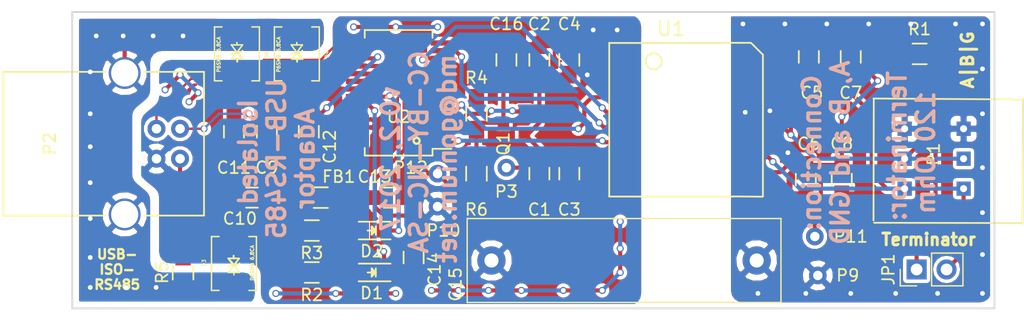
<source format=kicad_pcb>
(kicad_pcb (version 4) (host pcbnew 4.0.6)
  (title_block (title "PCB Layout USB-ISO-RS485") (date 2017-05-14) (rev 0.1) (comment 1 CC-BY-SA-NC) (comment 2 "Mathias Dalheimer") (comment 3 md@gonium.net))
  (layers (0 F.Cu signal) (31 B.Cu signal) (34 B.Paste user) (35 F.Paste user) (36 B.SilkS user) (37 F.SilkS user) (38 B.Mask user) (39 F.Mask user) (44 Edge.Cuts user))
  (net 0 "")
  (net 1 +5V)
  (net 2 GND)
  (net 3 +3V3)
  (net 4 GNDA)
  (net 5 USBD-)
  (net 6 "Net-(C12-Pad2)")
  (net 7 "Net-(D1-Pad2)")
  (net 8 "Net-(D1-Pad1)")
  (net 9 "Net-(D2-Pad2)")
  (net 10 "Net-(D2-Pad1)")
  (net 11 "Net-(JP1-Pad1)")
  (net 12 A)
  (net 13 B)
  (net 14 USBD+)
  (net 15 ~RE)
  (net 16 RxD)
  (net 17 DE)
  (net 18 TxD)
  (net 19 "Net-(U2-Pad2)")
  (net 20 "Net-(U2-Pad3)")
  (net 21 "Net-(U2-Pad6)")
  (net 22 "Net-(U2-Pad9)")
  (net 23 "Net-(U2-Pad10)")
  (net 24 "Net-(U2-Pad11)")
  (net 25 "Net-(U2-Pad27)")
  (net 26 "Net-(U2-Pad28)")
  (net 27 5V-Switched)
  (net 28 "Net-(C10-Pad1)")
  (net 29 "Net-(C16-Pad2)")
  (net 30 Shield)
  (net 31 "Net-(R4-Pad1)")
  (module ADM2582E:P6SMB6,8CA (layer F.Cu) (at 99.822 87.63 90)
    (fp_text reference D3 (at 0.0508 -2.55016 90) (layer F.SilkS) (effects (font (size 0.29972 0.29972) (thickness 0.06))))
    (fp_text value "P6SMB 6,8CA" (at 0.0508 1.5494 90) (layer F.SilkS) (effects (font (size 0.29972 0.29972) (thickness 0.0762))))
    (pad 1 smd rect (at -2.11074 0 90) (size 1.62052 2.17932) (layers F.Cu F.Paste F.Mask) (net 30 Shield))
    (pad 2 smd rect (at 2.11074 0 90) (size 1.62052 2.17932) (layers F.Cu F.Paste F.Mask) (net 28 "Net-(C10-Pad1)"))
  )
  (module Capacitors_SMD:C_0805_HandSoldering (layer F.Cu) (at 125.73 80.01 270)
    (fp_text reference C1 (at 3.048 0 360) (layer F.SilkS))
    (fp_text value 100nF)
    (pad 1 smd rect (at -1.25 0 270) (size 1.5 1.25) (layers F.Cu F.Paste F.Mask) (net 27 5V-Switched))
    (pad 2 smd rect (at 1.25 0 270) (size 1.5 1.25) (layers F.Cu F.Paste F.Mask) (net 2 GND))
  )
  (module Capacitors_SMD:C_0805_HandSoldering (layer F.Cu) (at 125.73 70.358 90)
    (fp_text reference C2 (at 3.048 0 180) (layer F.SilkS))
    (fp_text value 100nF)
    (pad 1 smd rect (at -1.25 0 90) (size 1.5 1.25) (layers F.Cu F.Paste F.Mask) (net 27 5V-Switched))
    (pad 2 smd rect (at 1.25 0 90) (size 1.5 1.25) (layers F.Cu F.Paste F.Mask) (net 2 GND))
  )
  (module Capacitors_SMD:C_0805_HandSoldering (layer F.Cu) (at 128.27 80.01 270)
    (fp_text reference C3 (at 3.048 0 360) (layer F.SilkS))
    (fp_text value 10nF)
    (pad 1 smd rect (at -1.25 0 270) (size 1.5 1.25) (layers F.Cu F.Paste F.Mask) (net 27 5V-Switched))
    (pad 2 smd rect (at 1.25 0 270) (size 1.5 1.25) (layers F.Cu F.Paste F.Mask) (net 2 GND))
  )
  (module Capacitors_SMD:C_0805_HandSoldering (layer F.Cu) (at 128.27 70.358 90)
    (fp_text reference C4 (at 3.048 0 180) (layer F.SilkS))
    (fp_text value 10nF)
    (pad 1 smd rect (at -1.25 0 90) (size 1.5 1.25) (layers F.Cu F.Paste F.Mask) (net 27 5V-Switched))
    (pad 2 smd rect (at 1.25 0 90) (size 1.5 1.25) (layers F.Cu F.Paste F.Mask) (net 2 GND))
  )
  (module Capacitors_SMD:C_0805_HandSoldering (layer F.Cu) (at 148.59 70.104 90)
    (fp_text reference C5 (at -3.048 0.254 180) (layer F.SilkS))
    (fp_text value 10nF)
    (pad 1 smd rect (at -1.25 0 90) (size 1.5 1.25) (layers F.Cu F.Paste F.Mask) (net 3 +3V3))
    (pad 2 smd rect (at 1.25 0 90) (size 1.5 1.25) (layers F.Cu F.Paste F.Mask) (net 4 GNDA))
  )
  (module Capacitors_SMD:C_0805_HandSoldering (layer F.Cu) (at 148.336 80.518 270)
    (fp_text reference C6 (at -3.048 -0.254 360) (layer F.SilkS))
    (fp_text value 10nF)
    (pad 1 smd rect (at -1.25 0 270) (size 1.5 1.25) (layers F.Cu F.Paste F.Mask) (net 3 +3V3))
    (pad 2 smd rect (at 1.25 0 270) (size 1.5 1.25) (layers F.Cu F.Paste F.Mask) (net 4 GNDA))
  )
  (module Capacitors_SMD:C_0805_HandSoldering (layer F.Cu) (at 152.146 70.104 90)
    (fp_text reference C7 (at -3.048 0 180) (layer F.SilkS))
    (fp_text value 100nF)
    (pad 1 smd rect (at -1.25 0 90) (size 1.5 1.25) (layers F.Cu F.Paste F.Mask) (net 3 +3V3))
    (pad 2 smd rect (at 1.25 0 90) (size 1.5 1.25) (layers F.Cu F.Paste F.Mask) (net 4 GNDA))
  )
  (module Capacitors_SMD:C_0805_HandSoldering (layer F.Cu) (at 151.384 80.518 270)
    (fp_text reference C8 (at -3.048 0 360) (layer F.SilkS))
    (fp_text value 100nF)
    (pad 1 smd rect (at -1.25 0 270) (size 1.5 1.25) (layers F.Cu F.Paste F.Mask) (net 3 +3V3))
    (pad 2 smd rect (at 1.25 0 270) (size 1.5 1.25) (layers F.Cu F.Paste F.Mask) (net 4 GNDA))
  )
  (module Capacitors_SMD:C_0805_HandSoldering (layer F.Cu) (at 102.616 76.454 270)
    (fp_text reference C9 (at 3.048 0 360) (layer F.SilkS))
    (fp_text value 47pF)
    (pad 1 smd rect (at -1.25 0 270) (size 1.5 1.25) (layers F.Cu F.Paste F.Mask) (net 5 USBD-))
    (pad 2 smd rect (at 1.25 0 270) (size 1.5 1.25) (layers F.Cu F.Paste F.Mask) (net 2 GND))
  )
  (module Capacitors_SMD:C_0805_HandSoldering (layer F.Cu) (at 101.346 82.042)
    (fp_text reference C10 (at -1.016 1.778 180) (layer F.SilkS))
    (fp_text value 10nF)
    (pad 1 smd rect (at -1.25 0) (size 1.5 1.25) (layers F.Cu F.Paste F.Mask) (net 28 "Net-(C10-Pad1)"))
    (pad 2 smd rect (at 1.25 0) (size 1.5 1.25) (layers F.Cu F.Paste F.Mask) (net 2 GND))
  )
  (module Capacitors_SMD:C_0805_HandSoldering (layer F.Cu) (at 99.822 76.454 270)
    (fp_text reference C11 (at 3.048 0 360) (layer F.SilkS))
    (fp_text value 47pF)
    (pad 1 smd rect (at -1.25 0 270) (size 1.5 1.25) (layers F.Cu F.Paste F.Mask) (net 14 USBD+))
    (pad 2 smd rect (at 1.25 0 270) (size 1.5 1.25) (layers F.Cu F.Paste F.Mask) (net 2 GND))
  )
  (module Capacitors_SMD:C_0805_HandSoldering (layer F.Cu) (at 106.172 76.454 90)
    (fp_text reference C12 (at -1.27 1.778 270) (layer F.SilkS))
    (fp_text value 100nF)
    (pad 1 smd rect (at -1.25 0 90) (size 1.5 1.25) (layers F.Cu F.Paste F.Mask) (net 2 GND))
    (pad 2 smd rect (at 1.25 0 90) (size 1.5 1.25) (layers F.Cu F.Paste F.Mask) (net 6 "Net-(C12-Pad2)"))
  )
  (module Capacitors_SMD:C_0805_HandSoldering (layer F.Cu) (at 113.03 82.042)
    (fp_text reference C13 (at -1.27 -1.778) (layer F.SilkS))
    (fp_text value 4,7uF)
    (pad 1 smd rect (at -1.25 0) (size 1.5 1.25) (layers F.Cu F.Paste F.Mask) (net 1 +5V))
    (pad 2 smd rect (at 1.25 0) (size 1.5 1.25) (layers F.Cu F.Paste F.Mask) (net 2 GND))
  )
  (module Capacitors_SMD:C_0805_HandSoldering (layer F.Cu) (at 115.062 87.122 270)
    (fp_text reference C14 (at 1.016 -1.778 450) (layer F.SilkS))
    (fp_text value 100nF)
    (pad 1 smd rect (at -1.25 0 270) (size 1.5 1.25) (layers F.Cu F.Paste F.Mask) (net 1 +5V))
    (pad 2 smd rect (at 1.25 0 270) (size 1.5 1.25) (layers F.Cu F.Paste F.Mask) (net 2 GND))
  )
  (module Capacitors_THT:C_Rect_L26.5mm_W7.0mm_P22.50mm_MKS4 (layer F.Cu) (at 121.666 87.376)
    (fp_text reference C15 (at -3.048 2.032 90) (layer F.SilkS))
    (fp_text value 100nF)
    (pad 1 thru_hole circle (at 0 0) (size 2.4 2.4) (drill 1.2) (layers *.Cu *.Mask) (net 2 GND))
    (pad 2 thru_hole circle (at 22.5 0) (size 2.4 2.4) (drill 1.2) (layers *.Cu *.Mask) (net 4 GNDA))
  )
  (module LEDs:LED_0805 (layer F.Cu) (at 111.506 88.392 180)
    (fp_text reference D1 (at 0 -1.75 180) (layer F.SilkS))
    (fp_text value Red)
    (pad 2 smd rect (at 1.04902 0) (size 1.19888 1.19888) (layers F.Cu F.Paste F.Mask) (net 7 "Net-(D1-Pad2)"))
    (pad 1 smd rect (at -1.04902 0) (size 1.19888 1.19888) (layers F.Cu F.Paste F.Mask) (net 8 "Net-(D1-Pad1)"))
  )
  (module LEDs:LED_0805 (layer F.Cu) (at 111.506 84.836 180)
    (fp_text reference D2 (at 0 -1.75 180) (layer F.SilkS))
    (fp_text value Green)
    (pad 2 smd rect (at 1.04902 0) (size 1.19888 1.19888) (layers F.Cu F.Paste F.Mask) (net 9 "Net-(D2-Pad2)"))
    (pad 1 smd rect (at -1.04902 0) (size 1.19888 1.19888) (layers F.Cu F.Paste F.Mask) (net 10 "Net-(D2-Pad1)"))
  )
  (module Pin_Headers:Pin_Header_Straight_1x02_Pitch2.54mm (layer F.Cu) (at 157.734 88.138 90)
    (fp_text reference JP1 (at 0 -2.39 90) (layer F.SilkS))
    (fp_text value JUMPER)
    (pad 1 thru_hole rect (at 0 0 90) (size 1.7 1.7) (drill 1) (layers *.Cu *.Mask) (net 11 "Net-(JP1-Pad1)"))
    (pad 2 thru_hole oval (at 0 2.54 90) (size 1.7 1.7) (drill 1) (layers *.Cu *.Mask) (net 12 A))
  )
  (module Connectors:USB_B (layer F.Cu) (at 95.25 78.74 180)
    (fp_text reference P2 (at 11.049 1.27 270) (layer F.SilkS))
    (fp_text value USB_A)
    (pad 2 thru_hole circle (at 0 2.54 90) (size 1.524 1.524) (drill 0.8128) (layers *.Cu *.Mask) (net 5 USBD-))
    (pad 1 thru_hole circle (at 0 0 90) (size 1.524 1.524) (drill 0.8128) (layers *.Cu *.Mask) (net 28 "Net-(C10-Pad1)"))
    (pad 4 thru_hole circle (at 1.99898 0 90) (size 1.524 1.524) (drill 0.8128) (layers *.Cu *.Mask) (net 2 GND))
    (pad 3 thru_hole circle (at 1.99898 2.54 90) (size 1.524 1.524) (drill 0.8128) (layers *.Cu *.Mask) (net 14 USBD+))
    (pad 5 thru_hole circle (at 4.699 7.26948 90) (size 2.70002 2.70002) (drill 2.30124) (layers *.Cu *.Mask) (net 30 Shield))
    (pad 5 thru_hole circle (at 4.699 -4.72948 90) (size 2.70002 2.70002) (drill 2.30124) (layers *.Cu *.Mask) (net 30 Shield))
  )
  (module Resistors_SMD:R_0805_HandSoldering (layer F.Cu) (at 157.988 69.85)
    (fp_text reference R1 (at 0 -2.1) (layer F.SilkS))
    (fp_text value 120)
    (pad 1 smd rect (at -1.35 0) (size 1.5 1.3) (layers F.Cu F.Paste F.Mask) (net 13 B))
    (pad 2 smd rect (at 1.35 0) (size 1.5 1.3) (layers F.Cu F.Paste F.Mask) (net 11 "Net-(JP1-Pad1)"))
  )
  (module Resistors_SMD:R_0805_HandSoldering (layer F.Cu) (at 106.426 88.392)
    (fp_text reference R2 (at 0 1.905) (layer F.SilkS))
    (fp_text value 470)
    (pad 1 smd rect (at -1.35 0) (size 1.5 1.3) (layers F.Cu F.Paste F.Mask) (net 1 +5V))
    (pad 2 smd rect (at 1.35 0) (size 1.5 1.3) (layers F.Cu F.Paste F.Mask) (net 7 "Net-(D1-Pad2)"))
  )
  (module Resistors_SMD:R_0805_HandSoldering (layer F.Cu) (at 106.426 84.836)
    (fp_text reference R3 (at 0 1.905) (layer F.SilkS))
    (fp_text value 470)
    (pad 1 smd rect (at -1.35 0) (size 1.5 1.3) (layers F.Cu F.Paste F.Mask) (net 1 +5V))
    (pad 2 smd rect (at 1.35 0) (size 1.5 1.3) (layers F.Cu F.Paste F.Mask) (net 9 "Net-(D2-Pad2)"))
  )
  (module Resistors_SMD:R_0805_HandSoldering (layer F.Cu) (at 120.396 74.93 270)
    (fp_text reference R4 (at -3.048 0 360) (layer F.SilkS))
    (fp_text value 4k7)
    (pad 1 smd rect (at -1.35 0 270) (size 1.5 1.3) (layers F.Cu F.Paste F.Mask) (net 31 "Net-(R4-Pad1)"))
    (pad 2 smd rect (at 1.35 0 270) (size 1.5 1.3) (layers F.Cu F.Paste F.Mask) (net 29 "Net-(C16-Pad2)"))
  )
  (module Housings_SSOP:SSOP-28_5.3x10.2mm_Pitch0.65mm (layer F.Cu) (at 113.792 73.152 180)
    (fp_text reference U2 (at 0 -2.032 180) (layer F.SilkS))
    (fp_text value FT232RL)
    (pad 1 smd rect (at -3.6 -4.225 180) (size 1.75 0.45) (layers F.Cu F.Paste F.Mask) (net 18 TxD))
    (pad 2 smd rect (at -3.6 -3.575 180) (size 1.75 0.45) (layers F.Cu F.Paste F.Mask) (net 19 "Net-(U2-Pad2)"))
    (pad 3 smd rect (at -3.6 -2.925 180) (size 1.75 0.45) (layers F.Cu F.Paste F.Mask) (net 20 "Net-(U2-Pad3)"))
    (pad 4 smd rect (at -3.6 -2.275 180) (size 1.75 0.45) (layers F.Cu F.Paste F.Mask) (net 1 +5V))
    (pad 5 smd rect (at -3.6 -1.625 180) (size 1.75 0.45) (layers F.Cu F.Paste F.Mask) (net 16 RxD))
    (pad 6 smd rect (at -3.6 -0.975 180) (size 1.75 0.45) (layers F.Cu F.Paste F.Mask) (net 21 "Net-(U2-Pad6)"))
    (pad 7 smd rect (at -3.6 -0.325 180) (size 1.75 0.45) (layers F.Cu F.Paste F.Mask) (net 2 GND))
    (pad 8 smd rect (at -3.6 0.325 180) (size 1.75 0.45) (layers F.Cu F.Paste F.Mask))
    (pad 9 smd rect (at -3.6 0.975 180) (size 1.75 0.45) (layers F.Cu F.Paste F.Mask) (net 22 "Net-(U2-Pad9)"))
    (pad 10 smd rect (at -3.6 1.625 180) (size 1.75 0.45) (layers F.Cu F.Paste F.Mask) (net 23 "Net-(U2-Pad10)"))
    (pad 11 smd rect (at -3.6 2.275 180) (size 1.75 0.45) (layers F.Cu F.Paste F.Mask) (net 24 "Net-(U2-Pad11)"))
    (pad 12 smd rect (at -3.6 2.925 180) (size 1.75 0.45) (layers F.Cu F.Paste F.Mask) (net 15 ~RE))
    (pad 13 smd rect (at -3.6 3.575 180) (size 1.75 0.45) (layers F.Cu F.Paste F.Mask) (net 17 DE))
    (pad 14 smd rect (at -3.6 4.225 180) (size 1.75 0.45) (layers F.Cu F.Paste F.Mask) (net 31 "Net-(R4-Pad1)"))
    (pad 15 smd rect (at 3.6 4.225 180) (size 1.75 0.45) (layers F.Cu F.Paste F.Mask) (net 14 USBD+))
    (pad 16 smd rect (at 3.6 3.575 180) (size 1.75 0.45) (layers F.Cu F.Paste F.Mask) (net 5 USBD-))
    (pad 17 smd rect (at 3.6 2.925 180) (size 1.75 0.45) (layers F.Cu F.Paste F.Mask) (net 6 "Net-(C12-Pad2)"))
    (pad 18 smd rect (at 3.6 2.275 180) (size 1.75 0.45) (layers F.Cu F.Paste F.Mask) (net 2 GND))
    (pad 19 smd rect (at 3.6 1.625 180) (size 1.75 0.45) (layers F.Cu F.Paste F.Mask) (net 1 +5V))
    (pad 20 smd rect (at 3.6 0.975 180) (size 1.75 0.45) (layers F.Cu F.Paste F.Mask) (net 1 +5V))
    (pad 21 smd rect (at 3.6 0.325 180) (size 1.75 0.45) (layers F.Cu F.Paste F.Mask) (net 2 GND))
    (pad 22 smd rect (at 3.6 -0.325 180) (size 1.75 0.45) (layers F.Cu F.Paste F.Mask) (net 10 "Net-(D2-Pad1)"))
    (pad 23 smd rect (at 3.6 -0.975 180) (size 1.75 0.45) (layers F.Cu F.Paste F.Mask) (net 8 "Net-(D1-Pad1)"))
    (pad 24 smd rect (at 3.6 -1.625 180) (size 1.75 0.45) (layers F.Cu F.Paste F.Mask))
    (pad 25 smd rect (at 3.6 -2.275 180) (size 1.75 0.45) (layers F.Cu F.Paste F.Mask) (net 2 GND))
    (pad 26 smd rect (at 3.6 -2.925 180) (size 1.75 0.45) (layers F.Cu F.Paste F.Mask) (net 2 GND))
    (pad 27 smd rect (at 3.6 -3.575 180) (size 1.75 0.45) (layers F.Cu F.Paste F.Mask) (net 25 "Net-(U2-Pad27)"))
    (pad 28 smd rect (at 3.6 -4.225 180) (size 1.75 0.45) (layers F.Cu F.Paste F.Mask) (net 26 "Net-(U2-Pad28)"))
  )
  (module Measurement_Points:Measurement_Point_Round-TH_Small (layer F.Cu) (at 122.936 79.502)
    (fp_text reference P3 (at 0 2.032) (layer F.SilkS))
    (fp_text value TST)
    (pad 1 thru_hole circle (at 0 0) (size 1.5 1.5) (drill 0.8) (layers *.Cu *.Mask) (net 27 5V-Switched))
  )
  (module Measurement_Points:Measurement_Point_Round-TH_Small (layer F.Cu) (at 149.352 88.646)
    (fp_text reference P9 (at 2.54 0) (layer F.SilkS))
    (fp_text value TST)
    (pad 1 thru_hole circle (at 0 0) (size 1.5 1.5) (drill 0.8) (layers *.Cu *.Mask) (net 4 GNDA))
  )
  (module Measurement_Points:Measurement_Point_Round-TH_Small (layer F.Cu) (at 117.094 82.804)
    (fp_text reference P10 (at 0.508 2.032) (layer F.SilkS))
    (fp_text value TST)
    (pad 1 thru_hole circle (at 0 0) (size 1.5 1.5) (drill 0.8) (layers *.Cu *.Mask) (net 2 GND))
  )
  (module Measurement_Points:Measurement_Point_Round-TH_Small (layer F.Cu) (at 149.098 85.344)
    (fp_text reference P11 (at 3.048 0) (layer F.SilkS))
    (fp_text value TST)
    (pad 1 thru_hole circle (at 0 0) (size 1.5 1.5) (drill 0.8) (layers *.Cu *.Mask) (net 3 +3V3))
  )
  (module Measurement_Points:Measurement_Point_Round-TH_Small (layer F.Cu) (at 117.094 80.01)
    (fp_text reference P12 (at -2.286 -0.508) (layer F.SilkS))
    (fp_text value TST)
    (pad 1 thru_hole circle (at 0 0) (size 1.5 1.5) (drill 0.8) (layers *.Cu *.Mask) (net 1 +5V))
  )
  (module ADM2582E:ADM2582E-SOIC20W-Thermal-Correct (layer F.Cu) (at 131.826 69.088 270)
    (fp_text reference U1 (at -1.365 -5.08 360) (layer F.SilkS) (effects (font (size 1.2 1.2))))
    (fp_text value ADM2582E)
    (pad 20 smd rect (at 0.635 -11.37 270) (size 1.2 4) (drill (offset 0 -1)) (layers F.Cu F.Paste F.Mask) (net 4 GNDA))
    (pad 1 smd rect (at 0.635 -1.33 270) (size 1.2 4) (drill (offset 0 1)) (layers F.Cu F.Paste F.Mask) (net 2 GND))
    (pad 19 smd rect (at 1.905 -11.37 270) (size 0.6 2) (layers F.Cu F.Paste F.Mask) (net 3 +3V3))
    (pad 2 smd rect (at 1.905 -1.33 270) (size 0.6 2) (layers F.Cu F.Paste F.Mask) (net 27 5V-Switched))
    (pad 18 smd rect (at 3.175 -11.37 270) (size 0.6 2) (layers F.Cu F.Paste F.Mask) (net 12 A))
    (pad 3 smd rect (at 3.175 -1.33 270) (size 1.2 4) (drill (offset 0 1)) (layers F.Cu F.Paste F.Mask) (net 2 GND))
    (pad 17 smd rect (at 4.445 -11.37 270) (size 0.6 2) (layers F.Cu F.Paste F.Mask) (net 13 B))
    (pad 4 smd rect (at 4.445 -1.33 270) (size 0.6 2) (layers F.Cu F.Paste F.Mask) (net 16 RxD))
    (pad 16 smd rect (at 5.715 -11.37 270) (size 1.2 4) (drill (offset 0 -1)) (layers F.Cu F.Paste F.Mask) (net 4 GNDA))
    (pad 5 smd rect (at 5.715 -1.33 270) (size 0.6 2) (layers F.Cu F.Paste F.Mask) (net 15 ~RE))
    (pad 15 smd rect (at 6.985 -11.37 270) (size 0.6 2) (layers F.Cu F.Paste F.Mask) (net 13 B))
    (pad 6 smd rect (at 6.985 -1.33 270) (size 0.6 2) (layers F.Cu F.Paste F.Mask) (net 17 DE))
    (pad 14 smd rect (at 8.255 -11.37 270) (size 1.2 4) (drill (offset 0 -1)) (layers F.Cu F.Paste F.Mask) (net 4 GNDA))
    (pad 7 smd rect (at 8.255 -1.33 270) (size 0.6 2) (layers F.Cu F.Paste F.Mask) (net 18 TxD))
    (pad 13 smd rect (at 9.525 -11.37 270) (size 0.6 2) (layers F.Cu F.Paste F.Mask) (net 12 A))
    (pad 8 smd rect (at 9.525 -1.33 270) (size 0.6 2) (layers F.Cu F.Paste F.Mask) (net 27 5V-Switched))
    (pad 12 smd rect (at 10.795 -11.37 270) (size 0.6 2) (layers F.Cu F.Paste F.Mask) (net 3 +3V3))
    (pad 9 smd rect (at 10.795 -1.33 270) (size 1.2 4) (drill (offset 0.1 1)) (layers F.Cu F.Paste F.Mask) (net 2 GND))
    (pad 11 smd rect (at 12.065 -11.37 270) (size 1.2 4) (drill (offset 0 -1)) (layers F.Cu F.Paste F.Mask) (net 4 GNDA))
    (pad 10 smd rect (at 12.065 -1.33 270) (size 1.2 4) (drill (offset -0.1 1)) (layers F.Cu F.Paste F.Mask) (net 2 GND))
  )
  (module Capacitors_SMD:C_0805_HandSoldering (layer F.Cu) (at 122.936 70.358 270)
    (fp_text reference C16 (at -3.048 0 360) (layer F.SilkS))
    (fp_text value 100nF)
    (pad 1 smd rect (at -1.25 0 270) (size 1.5 1.25) (layers F.Cu F.Paste F.Mask) (net 27 5V-Switched))
    (pad 2 smd rect (at 1.25 0 270) (size 1.5 1.25) (layers F.Cu F.Paste F.Mask) (net 29 "Net-(C16-Pad2)"))
  )
  (module ADM2582E:P6SMB6,8CA (layer F.Cu) (at 105.156 69.85 270)
    (fp_text reference D4 (at 0.0508 -2.55016 270) (layer F.SilkS) (effects (font (size 0.29972 0.29972) (thickness 0.06))))
    (fp_text value "P6SMB 6,8CA" (at 0.0508 1.5494 270) (layer F.SilkS) (effects (font (size 0.29972 0.29972) (thickness 0.0762))))
    (pad 1 smd rect (at -2.11074 0 270) (size 1.62052 2.17932) (layers F.Cu F.Paste F.Mask) (net 30 Shield))
    (pad 2 smd rect (at 2.11074 0 270) (size 1.62052 2.17932) (layers F.Cu F.Paste F.Mask) (net 5 USBD-))
  )
  (module ADM2582E:P6SMB6,8CA (layer F.Cu) (at 100.076 69.85 270)
    (fp_text reference D5 (at 0.0508 -2.55016 270) (layer F.SilkS) (effects (font (size 0.29972 0.29972) (thickness 0.06))))
    (fp_text value "P6SMB 6,8CA" (at 0.0508 1.5494 270) (layer F.SilkS) (effects (font (size 0.29972 0.29972) (thickness 0.0762))))
    (pad 1 smd rect (at -2.11074 0 270) (size 1.62052 2.17932) (layers F.Cu F.Paste F.Mask) (net 30 Shield))
    (pad 2 smd rect (at 2.11074 0 270) (size 1.62052 2.17932) (layers F.Cu F.Paste F.Mask) (net 14 USBD+))
  )
  (module Resistors_SMD:R_0805_HandSoldering (layer F.Cu) (at 107.188 82.042)
    (fp_text reference FB1 (at 1.524 -1.778) (layer F.SilkS))
    (fp_text value "BLM21PG 600")
    (pad 1 smd rect (at -1.35 0) (size 1.5 1.3) (layers F.Cu F.Paste F.Mask) (net 28 "Net-(C10-Pad1)"))
    (pad 2 smd rect (at 1.35 0) (size 1.5 1.3) (layers F.Cu F.Paste F.Mask) (net 1 +5V))
  )
  (module ADM2582E:IRLML6402 (layer F.Cu) (at 122.682 75.692 90)
    (fp_text reference Q1 (at -1.778 0 90) (layer F.SilkS))
    (fp_text value IRLML6402)
    (pad 3 smd rect (at 0.95 1.77 90) (size 0.802 0.972) (layers F.Cu F.Paste F.Mask) (net 1 +5V))
    (pad 2 smd rect (at -0.95 1.77 90) (size 0.802 0.972) (layers F.Cu F.Paste F.Mask) (net 27 5V-Switched))
    (pad 1 smd rect (at 0 0 90) (size 0.802 0.972) (layers F.Cu F.Paste F.Mask) (net 29 "Net-(C16-Pad2)"))
  )
  (module Resistors_SMD:R_0805_HandSoldering (layer F.Cu) (at 95.504 88.392 90)
    (fp_text reference R5 (at 0 -1.778 90) (layer F.SilkS))
    (fp_text value 0)
    (pad 1 smd rect (at -1.35 0 90) (size 1.5 1.3) (layers F.Cu F.Paste F.Mask) (net 30 Shield))
    (pad 2 smd rect (at 1.35 0 90) (size 1.5 1.3) (layers F.Cu F.Paste F.Mask) (net 2 GND))
  )
  (module Resistors_SMD:R_0805_HandSoldering (layer F.Cu) (at 120.396 80.01 90)
    (fp_text reference R6 (at -3.048 0 180) (layer F.SilkS))
    (fp_text value 100k)
    (pad 1 smd rect (at -1.35 0 90) (size 1.5 1.3) (layers F.Cu F.Paste F.Mask) (net 1 +5V))
    (pad 2 smd rect (at 1.35 0 90) (size 1.5 1.3) (layers F.Cu F.Paste F.Mask) (net 29 "Net-(C16-Pad2)"))
  )
  (module ADM2582E:WAGO233-503 (layer F.Cu) (at 156.718 81.28 90)
    (fp_text reference P1 (at 2.921 2.4638 90) (layer F.SilkS))
    (fp_text value "WAGO 233-503")
    (pad 1 thru_hole rect (at 0 5 90) (size 1.2 1.2) (drill 0.6) (layers *.Cu *.Mask) (net 12 A))
    (pad 1 thru_hole rect (at 0 0 90) (size 1.2 1.2) (drill 0.6) (layers *.Cu *.Mask) (net 12 A))
    (pad 2 thru_hole rect (at 2.54 0 90) (size 1.2 1.2) (drill 0.6) (layers *.Cu *.Mask) (net 13 B))
    (pad 3 thru_hole rect (at 5.08 0 90) (size 1.2 1.2) (drill 0.6) (layers *.Cu *.Mask) (net 4 GNDA))
    (pad 2 thru_hole rect (at 2.54 5 90) (size 1.2 1.2) (drill 0.6) (layers *.Cu *.Mask) (net 13 B))
    (pad 3 thru_hole rect (at 5.08 5 90) (size 1.2 1.2) (drill 0.6) (layers *.Cu *.Mask) (net 4 GNDA))
  )
  (gr_text "Connection:\nA, B and GND\n\nTerminator: \n120 Ohm" (at 153.67 78.232 90) (layer B.SilkS) (effects (font (size 1.5 1.5) (thickness 0.3)) (justify mirror)))
  (gr_text "Isolated \nUSB-RS485\nAdaptor\n\n\nv0.2, 2017\nCC-BY-NC-SA \nmd@gonium.net" (at 109.474 78.74 90) (layer B.SilkS) (effects (font (size 1.5 1.5) (thickness 0.3)) (justify mirror)))
  (gr_circle (center 115.316 77.216) (end 115.316 76.962) (layer F.SilkS) (width 0.2))
  (gr_line (start 86.106 66.294) (end 86.106 66.802) (angle 90) (layer Edge.Cuts) (width 0.15))
  (gr_line (start 164.338 66.294) (end 86.106 66.294) (angle 90) (layer Edge.Cuts) (width 0.15))
  (gr_line (start 164.338 91.44) (end 164.338 66.294) (angle 90) (layer Edge.Cuts) (width 0.15))
  (gr_line (start 86.106 91.44) (end 164.338 91.44) (angle 90) (layer Edge.Cuts) (width 0.15))
  (gr_line (start 86.106 66.548) (end 86.106 91.44) (angle 90) (layer Edge.Cuts) (width 0.15))
  (gr_text "USB-\nISO-\nRS485" (at 89.916 88.138) (layer F.SilkS) (effects (font (size 0.8 0.8) (thickness 0.2))))
  (gr_text Terminator (at 158.75 85.598) (layer F.SilkS) (effects (font (size 1 1) (thickness 0.25))))
  (gr_text A|B|G (at 162.052 70.358 90) (layer F.SilkS) (effects (font (size 1 1) (thickness 0.25))))
  (via (at 109.982 67.564) (size 0.6) (drill 0.4) (layers F.Cu B.Cu) (net 0))
  (via (at 117.094 67.564) (size 0.6) (drill 0.4) (layers F.Cu B.Cu) (net 0))
  (segment (start 117.094 67.564) (end 113.538 67.564) (width 0.35) (layer B.Cu) (net 0))
  (via (at 113.538 67.564) (size 0.6) (drill 0.4) (layers F.Cu B.Cu) (net 0))
  (segment (start 113.538 67.564) (end 109.982 67.564) (width 0.35) (layer F.Cu) (net 0))
  (via (at 103.378 90.17) (size 0.6) (drill 0.4) (layers F.Cu B.Cu) (net 0))
  (via (at 113.538 90.17) (size 0.6) (drill 0.4) (layers F.Cu B.Cu) (net 0))
  (segment (start 113.538 90.17) (end 108.458 90.17) (width 0.35) (layer F.Cu) (net 0))
  (via (at 108.458 90.17) (size 0.6) (drill 0.4) (layers F.Cu B.Cu) (net 0))
  (segment (start 108.458 90.17) (end 103.378 90.17) (width 0.35) (layer B.Cu) (net 0))
  (via (at 96.012 73.914) (size 0.6) (drill 0.4) (layers F.Cu B.Cu) (net 0))
  (via (at 93.98 72.898) (size 0.6) (drill 0.4) (layers F.Cu B.Cu) (net 0))
  (segment (start 93.98 72.898) (end 95.25 71.628) (width 0.35) (layer F.Cu) (net 0))
  (via (at 95.25 71.628) (size 0.6) (drill 0.4) (layers F.Cu B.Cu) (net 0))
  (segment (start 96.774 73.152) (end 95.25 71.628) (width 0.35) (layer B.Cu) (net 0))
  (via (at 96.774 73.152) (size 0.6) (drill 0.4) (layers F.Cu B.Cu) (net 0))
  (segment (start 96.774 73.152) (end 96.012 73.914) (width 0.35) (layer F.Cu) (net 0))
  (segment (start 124.206 89.916) (end 121.412 89.916) (width 0.35) (layer F.Cu) (net 0))
  (segment (start 127.762 89.916) (end 124.206 89.916) (width 0.35) (layer B.Cu) (net 0))
  (via (at 127.762 89.916) (size 0.6) (drill 0.4) (layers F.Cu B.Cu) (net 0))
  (segment (start 127.762 89.916) (end 131.064 89.916) (width 0.35) (layer F.Cu) (net 0))
  (via (at 131.064 89.916) (size 0.6) (drill 0.4) (layers F.Cu B.Cu) (net 0))
  (segment (start 131.064 89.916) (end 132.588 88.392) (width 0.35) (layer B.Cu) (net 0))
  (via (at 132.588 88.392) (size 0.6) (drill 0.4) (layers F.Cu B.Cu) (net 0))
  (segment (start 132.588 88.392) (end 132.588 86.36) (width 0.35) (layer F.Cu) (net 0))
  (via (at 132.588 86.36) (size 0.6) (drill 0.4) (layers F.Cu B.Cu) (net 0))
  (segment (start 132.588 84.074) (end 132.588 86.36) (width 0.35) (layer B.Cu) (net 0))
  (via (at 132.588 84.074) (size 0.6) (drill 0.4) (layers F.Cu B.Cu) (net 0))
  (via (at 124.206 89.916) (size 0.6) (drill 0.4) (layers F.Cu B.Cu) (net 0))
  (via (at 116.586 89.916) (size 0.6) (drill 0.4) (layers F.Cu B.Cu) (net 0))
  (segment (start 118.872 89.916) (end 116.586 89.916) (width 0.35) (layer F.Cu) (net 0))
  (via (at 118.872 89.916) (size 0.6) (drill 0.4) (layers F.Cu B.Cu) (net 0))
  (segment (start 121.412 89.916) (end 118.872 89.916) (width 0.35) (layer B.Cu) (net 0))
  (via (at 121.412 89.916) (size 0.6) (drill 0.4) (layers F.Cu B.Cu) (net 0))
  (segment (start 124.452 74.742) (end 123.51 74.742) (width 0.35) (layer F.Cu) (net 1))
  (segment (start 121.412 74.93) (end 119.634 74.93) (width 0.35) (layer F.Cu) (net 1))
  (segment (start 121.666 74.676) (end 121.412 74.93) (width 0.35) (layer F.Cu) (net 1))
  (via (at 121.666 74.676) (size 0.6) (drill 0.4) (layers F.Cu B.Cu) (net 1))
  (segment (start 123.444 74.676) (end 121.666 74.676) (width 0.35) (layer B.Cu) (net 1))
  (via (at 123.444 74.676) (size 0.6) (drill 0.4) (layers F.Cu B.Cu) (net 1))
  (segment (start 123.51 74.742) (end 123.444 74.676) (width 0.35) (layer F.Cu) (net 1))
  (segment (start 119.634 74.93) (end 119.137 75.427) (width 0.35) (layer F.Cu) (net 1))
  (segment (start 119.137 75.427) (end 117.392 75.427) (width 0.35) (layer F.Cu) (net 1))
  (segment (start 117.392 75.427) (end 119.137 75.427) (width 0.35) (layer F.Cu) (net 1))
  (segment (start 119.137 75.427) (end 119.634 74.93) (width 0.35) (layer F.Cu) (net 1))
  (segment (start 120.396 81.36) (end 118.444 81.36) (width 0.35) (layer F.Cu) (net 1))
  (segment (start 118.444 81.36) (end 117.094 80.01) (width 0.35) (layer F.Cu) (net 1))
  (segment (start 117.094 80.01) (end 116.332 80.01) (width 0.35) (layer F.Cu) (net 1))
  (segment (start 116.332 80.01) (end 114.3 77.978) (width 0.35) (layer F.Cu) (net 1))
  (segment (start 111.78 82.042) (end 111.78 80.498) (width 0.35) (layer F.Cu) (net 1))
  (segment (start 114.3 77.978) (end 114.3 75.184) (width 0.35) (layer F.Cu) (net 1))
  (segment (start 111.78 80.498) (end 114.3 77.978) (width 0.35) (layer F.Cu) (net 1))
  (segment (start 110.192 72.177) (end 113.751 72.177) (width 0.35) (layer F.Cu) (net 1))
  (segment (start 110.192 71.527) (end 113.101 71.527) (width 0.35) (layer F.Cu) (net 1))
  (segment (start 113.101 71.527) (end 113.751 72.177) (width 0.35) (layer F.Cu) (net 1))
  (segment (start 114.543 75.427) (end 117.392 75.427) (width 0.35) (layer F.Cu) (net 1))
  (segment (start 114.3 75.184) (end 114.543 75.427) (width 0.35) (layer F.Cu) (net 1))
  (segment (start 114.3 72.726) (end 114.3 75.184) (width 0.35) (layer F.Cu) (net 1))
  (segment (start 113.751 72.177) (end 114.3 72.726) (width 0.35) (layer F.Cu) (net 1))
  (segment (start 111.78 82.042) (end 111.78 82.824) (width 0.35) (layer F.Cu) (net 1))
  (segment (start 115.062 84.328) (end 115.062 85.872) (width 0.35) (layer F.Cu) (net 1))
  (segment (start 114.3 83.566) (end 115.062 84.328) (width 0.35) (layer F.Cu) (net 1))
  (segment (start 112.522 83.566) (end 114.3 83.566) (width 0.35) (layer F.Cu) (net 1))
  (segment (start 111.78 82.824) (end 112.522 83.566) (width 0.35) (layer F.Cu) (net 1))
  (segment (start 105.076 88.392) (end 105.076 84.836) (width 0.35) (layer F.Cu) (net 1))
  (segment (start 105.076 84.836) (end 105.156 84.756) (width 0.35) (layer F.Cu) (net 1))
  (segment (start 105.156 84.756) (end 105.156 83.82) (width 0.35) (layer F.Cu) (net 1))
  (segment (start 105.156 83.82) (end 105.41 83.566) (width 0.35) (layer F.Cu) (net 1))
  (segment (start 105.41 83.566) (end 108.458 83.566) (width 0.35) (layer F.Cu) (net 1))
  (segment (start 108.458 83.566) (end 108.712 83.312) (width 0.35) (layer F.Cu) (net 1))
  (segment (start 108.712 83.312) (end 108.712 82.216) (width 0.35) (layer F.Cu) (net 1))
  (segment (start 108.712 82.216) (end 108.538 82.042) (width 0.35) (layer F.Cu) (net 1))
  (segment (start 108.538 82.042) (end 111.78 82.042) (width 0.35) (layer F.Cu) (net 1))
  (segment (start 133.156 69.723) (end 133.156 68.64) (width 0.35) (layer F.Cu) (net 2))
  (segment (start 130.302 71.12) (end 130.302 67.818) (width 0.35) (layer B.Cu) (net 2))
  (segment (start 129.794 71.628) (end 130.302 71.12) (width 0.35) (layer B.Cu) (net 2))
  (via (at 129.794 71.628) (size 0.6) (drill 0.4) (layers F.Cu B.Cu) (net 2))
  (segment (start 129.794 71.628) (end 130.429 72.263) (width 0.35) (layer F.Cu) (net 2))
  (via (at 130.302 67.818) (size 0.6) (drill 0.4) (layers F.Cu B.Cu) (net 2))
  (segment (start 132.334 67.818) (end 130.302 67.818) (width 0.35) (layer B.Cu) (net 2))
  (via (at 132.334 67.818) (size 0.6) (drill 0.4) (layers F.Cu B.Cu) (net 2))
  (segment (start 133.156 68.64) (end 132.334 67.818) (width 0.35) (layer F.Cu) (net 2))
  (segment (start 133.156 72.263) (end 130.429 72.263) (width 0.35) (layer F.Cu) (net 2))
  (segment (start 110.192 70.877) (end 108.977 70.877) (width 0.35) (layer F.Cu) (net 2))
  (segment (start 108.895 72.827) (end 110.192 72.827) (width 0.35) (layer F.Cu) (net 2))
  (segment (start 108.712 72.644) (end 108.895 72.827) (width 0.35) (layer F.Cu) (net 2))
  (segment (start 108.712 71.142) (end 108.712 72.644) (width 0.35) (layer F.Cu) (net 2))
  (segment (start 108.977 70.877) (end 108.712 71.142) (width 0.35) (layer F.Cu) (net 2))
  (segment (start 117.392 73.477) (end 115.641 73.477) (width 0.35) (layer F.Cu) (net 2))
  (segment (start 115.641 73.477) (end 115.57 73.406) (width 0.35) (layer F.Cu) (net 2))
  (segment (start 110.192 70.877) (end 112.257 70.877) (width 0.35) (layer F.Cu) (net 2))
  (segment (start 112.257 70.877) (end 112.268 70.866) (width 0.35) (layer F.Cu) (net 2))
  (segment (start 110.192 75.427) (end 112.257 75.427) (width 0.35) (layer F.Cu) (net 2))
  (segment (start 112.257 75.427) (end 112.268 75.438) (width 0.35) (layer F.Cu) (net 2))
  (segment (start 110.192 75.427) (end 110.192 76.077) (width 0.35) (layer F.Cu) (net 2))
  (segment (start 110.192 76.077) (end 112.137 76.077) (width 0.35) (layer F.Cu) (net 2))
  (segment (start 112.137 76.077) (end 112.268 75.946) (width 0.35) (layer F.Cu) (net 2))
  (segment (start 152.146 71.354) (end 153.65 71.354) (width 0.35) (layer F.Cu) (net 3))
  (segment (start 151.384 75.184) (end 151.384 79.268) (width 0.35) (layer F.Cu) (net 3))
  (via (at 151.384 75.184) (size 0.6) (drill 0.4) (layers F.Cu B.Cu) (net 3))
  (segment (start 154.432 72.136) (end 151.384 75.184) (width 0.35) (layer B.Cu) (net 3))
  (via (at 154.432 72.136) (size 0.6) (drill 0.4) (layers F.Cu B.Cu) (net 3))
  (segment (start 153.65 71.354) (end 154.432 72.136) (width 0.35) (layer F.Cu) (net 3))
  (segment (start 149.098 85.344) (end 149.098 84.074) (width 0.35) (layer F.Cu) (net 3))
  (segment (start 149.606 80.538) (end 148.336 79.268) (width 0.35) (layer F.Cu) (net 3))
  (segment (start 149.606 83.566) (end 149.606 80.538) (width 0.35) (layer F.Cu) (net 3))
  (segment (start 149.098 84.074) (end 149.606 83.566) (width 0.35) (layer F.Cu) (net 3))
  (segment (start 148.336 79.268) (end 151.384 79.268) (width 0.35) (layer F.Cu) (net 3))
  (segment (start 143.196 79.883) (end 146.177 79.883) (width 0.35) (layer F.Cu) (net 3))
  (segment (start 146.792 79.268) (end 148.336 79.268) (width 0.35) (layer F.Cu) (net 3))
  (segment (start 146.177 79.883) (end 146.792 79.268) (width 0.35) (layer F.Cu) (net 3))
  (segment (start 148.59 71.354) (end 152.146 71.354) (width 0.35) (layer F.Cu) (net 3))
  (segment (start 143.196 70.993) (end 146.177 70.993) (width 0.35) (layer F.Cu) (net 3))
  (segment (start 146.538 71.354) (end 148.59 71.354) (width 0.35) (layer F.Cu) (net 3))
  (segment (start 146.177 70.993) (end 146.538 71.354) (width 0.35) (layer F.Cu) (net 3))
  (via (at 143.002 67.31) (size 0.6) (drill 0.4) (layers F.Cu B.Cu) (net 4))
  (via (at 144.272 90.17) (size 0.6) (drill 0.4) (layers F.Cu B.Cu) (net 4))
  (segment (start 144.272 90.17) (end 148.336 90.17) (width 0.35) (layer B.Cu) (net 4))
  (via (at 148.336 90.17) (size 0.6) (drill 0.4) (layers F.Cu B.Cu) (net 4))
  (segment (start 152.146 90.17) (end 148.336 90.17) (width 0.35) (layer F.Cu) (net 4))
  (via (at 152.146 90.17) (size 0.6) (drill 0.4) (layers F.Cu B.Cu) (net 4))
  (segment (start 155.956 90.17) (end 152.146 90.17) (width 0.35) (layer B.Cu) (net 4))
  (via (at 155.956 90.17) (size 0.6) (drill 0.4) (layers F.Cu B.Cu) (net 4))
  (segment (start 159.512 90.17) (end 155.956 90.17) (width 0.35) (layer F.Cu) (net 4))
  (via (at 159.512 90.17) (size 0.6) (drill 0.4) (layers F.Cu B.Cu) (net 4))
  (segment (start 163.322 90.17) (end 159.512 90.17) (width 0.35) (layer B.Cu) (net 4))
  (via (at 163.322 90.17) (size 0.6) (drill 0.4) (layers F.Cu B.Cu) (net 4))
  (segment (start 163.322 86.868) (end 163.322 90.17) (width 0.35) (layer F.Cu) (net 4))
  (via (at 163.322 86.868) (size 0.6) (drill 0.4) (layers F.Cu B.Cu) (net 4))
  (segment (start 163.322 83.312) (end 163.322 86.868) (width 0.35) (layer B.Cu) (net 4))
  (via (at 163.322 83.312) (size 0.6) (drill 0.4) (layers F.Cu B.Cu) (net 4))
  (segment (start 163.322 79.502) (end 163.322 83.312) (width 0.35) (layer F.Cu) (net 4))
  (via (at 163.322 79.502) (size 0.6) (drill 0.4) (layers F.Cu B.Cu) (net 4))
  (segment (start 163.322 74.93) (end 163.322 79.502) (width 0.35) (layer B.Cu) (net 4))
  (via (at 163.322 74.93) (size 0.6) (drill 0.4) (layers F.Cu B.Cu) (net 4))
  (segment (start 163.322 71.12) (end 163.322 74.93) (width 0.35) (layer F.Cu) (net 4))
  (via (at 163.322 71.12) (size 0.6) (drill 0.4) (layers F.Cu B.Cu) (net 4))
  (segment (start 163.322 67.31) (end 163.322 71.12) (width 0.35) (layer B.Cu) (net 4))
  (via (at 163.322 67.31) (size 0.6) (drill 0.4) (layers F.Cu B.Cu) (net 4))
  (segment (start 161.036 67.31) (end 163.322 67.31) (width 0.35) (layer F.Cu) (net 4))
  (via (at 161.036 67.31) (size 0.6) (drill 0.4) (layers F.Cu B.Cu) (net 4))
  (segment (start 157.226 67.31) (end 161.036 67.31) (width 0.35) (layer B.Cu) (net 4))
  (via (at 157.226 67.31) (size 0.6) (drill 0.4) (layers F.Cu B.Cu) (net 4))
  (segment (start 153.67 67.31) (end 157.226 67.31) (width 0.35) (layer F.Cu) (net 4))
  (via (at 153.67 67.31) (size 0.6) (drill 0.4) (layers F.Cu B.Cu) (net 4))
  (segment (start 150.114 67.31) (end 153.67 67.31) (width 0.35) (layer B.Cu) (net 4))
  (via (at 150.114 67.31) (size 0.6) (drill 0.4) (layers F.Cu B.Cu) (net 4))
  (segment (start 146.558 67.31) (end 150.114 67.31) (width 0.35) (layer F.Cu) (net 4))
  (via (at 146.558 67.31) (size 0.6) (drill 0.4) (layers F.Cu B.Cu) (net 4))
  (segment (start 146.558 67.31) (end 143.002 67.31) (width 0.35) (layer B.Cu) (net 4))
  (via (at 143.196 74.803) (size 0.6) (drill 0.4) (layers F.Cu B.Cu) (net 4))
  (segment (start 145.161 74.803) (end 143.196 74.803) (width 0.35) (layer F.Cu) (net 4))
  (segment (start 145.288 74.676) (end 145.161 74.803) (width 0.35) (layer F.Cu) (net 4))
  (via (at 145.288 74.676) (size 0.6) (drill 0.4) (layers F.Cu B.Cu) (net 4))
  (segment (start 143.323 74.676) (end 145.288 74.676) (width 0.35) (layer B.Cu) (net 4))
  (segment (start 143.196 74.803) (end 143.323 74.676) (width 0.35) (layer B.Cu) (net 4))
  (segment (start 143.196 77.343) (end 145.923 77.343) (width 0.35) (layer F.Cu) (net 4))
  (segment (start 145.923 77.343) (end 146.812 78.232) (width 0.35) (layer F.Cu) (net 4))
  (via (at 146.812 78.232) (size 0.6) (drill 0.4) (layers F.Cu B.Cu) (net 4))
  (segment (start 156.718 76.2) (end 161.718 76.2) (width 0.35) (layer B.Cu) (net 4))
  (segment (start 102.616 75.204) (end 102.616 74.50074) (width 0.2) (layer F.Cu) (net 5))
  (segment (start 102.616 74.50074) (end 105.156 71.96074) (width 0.2) (layer F.Cu) (net 5))
  (segment (start 95.25 76.2) (end 97.282 76.2) (width 0.2) (layer F.Cu) (net 5))
  (segment (start 101.366 75.204) (end 102.616 75.204) (width 0.2) (layer F.Cu) (net 5))
  (segment (start 101.092 74.93) (end 101.366 75.204) (width 0.2) (layer F.Cu) (net 5))
  (via (at 101.092 74.93) (size 0.6) (drill 0.4) (layers F.Cu B.Cu) (net 5))
  (segment (start 98.552 74.93) (end 101.092 74.93) (width 0.2) (layer B.Cu) (net 5))
  (segment (start 97.282 76.2) (end 98.552 74.93) (width 0.2) (layer B.Cu) (net 5))
  (via (at 97.282 76.2) (size 0.6) (drill 0.4) (layers F.Cu B.Cu) (net 5))
  (segment (start 105.156 71.96074) (end 107.36326 71.96074) (width 0.2) (layer F.Cu) (net 5))
  (segment (start 108.985 69.577) (end 110.192 69.577) (width 0.2) (layer F.Cu) (net 5))
  (segment (start 107.95 70.612) (end 108.985 69.577) (width 0.2) (layer F.Cu) (net 5))
  (segment (start 107.95 71.374) (end 107.95 70.612) (width 0.2) (layer F.Cu) (net 5))
  (segment (start 107.36326 71.96074) (end 107.95 71.374) (width 0.2) (layer F.Cu) (net 5))
  (segment (start 110.192 70.227) (end 111.891 70.227) (width 0.35) (layer F.Cu) (net 6))
  (segment (start 106.914 75.204) (end 106.172 75.204) (width 0.35) (layer F.Cu) (net 6))
  (segment (start 107.696 74.422) (end 106.914 75.204) (width 0.35) (layer F.Cu) (net 6))
  (via (at 107.696 74.422) (size 0.6) (drill 0.4) (layers F.Cu B.Cu) (net 6))
  (segment (start 112.014 70.104) (end 107.696 74.422) (width 0.35) (layer B.Cu) (net 6))
  (via (at 112.014 70.104) (size 0.6) (drill 0.4) (layers F.Cu B.Cu) (net 6))
  (segment (start 111.891 70.227) (end 112.014 70.104) (width 0.35) (layer F.Cu) (net 6))
  (segment (start 107.776 88.392) (end 110.45698 88.392) (width 0.35) (layer F.Cu) (net 7))
  (segment (start 112.55502 88.392) (end 112.55502 86.64702) (width 0.35) (layer F.Cu) (net 8))
  (segment (start 111.211 74.127) (end 110.192 74.127) (width 0.35) (layer F.Cu) (net 8))
  (segment (start 111.76 74.676) (end 111.211 74.127) (width 0.35) (layer F.Cu) (net 8))
  (via (at 111.76 74.676) (size 0.6) (drill 0.4) (layers F.Cu B.Cu) (net 8))
  (segment (start 111.76 85.852) (end 111.76 74.676) (width 0.35) (layer B.Cu) (net 8))
  (segment (start 112.522 86.614) (end 111.76 85.852) (width 0.35) (layer B.Cu) (net 8))
  (via (at 112.522 86.614) (size 0.6) (drill 0.4) (layers F.Cu B.Cu) (net 8))
  (segment (start 112.55502 86.64702) (end 112.522 86.614) (width 0.35) (layer F.Cu) (net 8))
  (segment (start 107.776 84.836) (end 110.45698 84.836) (width 0.35) (layer F.Cu) (net 9))
  (segment (start 110.192 73.477) (end 112.959 73.477) (width 0.35) (layer F.Cu) (net 10))
  (via (at 113.03 73.406) (size 0.6) (drill 0.4) (layers F.Cu B.Cu) (net 10))
  (segment (start 112.959 73.477) (end 113.03 73.406) (width 0.35) (layer F.Cu) (net 10))
  (segment (start 113.03 73.406) (end 113.792 74.168) (width 0.35) (layer B.Cu) (net 10))
  (segment (start 112.55502 84.836) (end 113.792 84.836) (width 0.35) (layer F.Cu) (net 10))
  (segment (start 113.792 74.168) (end 113.03 73.406) (width 0.35) (layer B.Cu) (net 10))
  (segment (start 113.792 84.836) (end 113.792 74.168) (width 0.35) (layer B.Cu) (net 10))
  (via (at 113.792 84.836) (size 0.6) (drill 0.4) (layers F.Cu B.Cu) (net 10))
  (segment (start 157.734 88.138) (end 157.734 86.614) (width 0.35) (layer F.Cu) (net 11))
  (segment (start 159.338 85.01) (end 159.338 69.85) (width 0.35) (layer F.Cu) (net 11))
  (segment (start 157.734 86.614) (end 159.338 85.01) (width 0.35) (layer F.Cu) (net 11))
  (segment (start 143.196 72.263) (end 146.685 72.263) (width 0.35) (layer F.Cu) (net 12))
  (segment (start 155.194 81.28) (end 156.718 81.28) (width 0.35) (layer F.Cu) (net 12))
  (segment (start 153.924 80.01) (end 155.194 81.28) (width 0.35) (layer F.Cu) (net 12))
  (segment (start 153.924 74.93) (end 153.924 80.01) (width 0.35) (layer F.Cu) (net 12))
  (segment (start 152.4 73.406) (end 153.924 74.93) (width 0.35) (layer F.Cu) (net 12))
  (segment (start 147.828 73.406) (end 152.4 73.406) (width 0.35) (layer F.Cu) (net 12))
  (segment (start 146.685 72.263) (end 147.828 73.406) (width 0.35) (layer F.Cu) (net 12))
  (segment (start 147.828 81.28) (end 156.718 81.28) (width 0.35) (layer B.Cu) (net 12))
  (segment (start 145.542 78.994) (end 147.828 81.28) (width 0.35) (layer B.Cu) (net 12))
  (via (at 145.542 78.994) (size 0.6) (drill 0.4) (layers F.Cu B.Cu) (net 12))
  (segment (start 145.161 78.613) (end 145.542 78.994) (width 0.35) (layer F.Cu) (net 12))
  (segment (start 143.196 78.613) (end 145.161 78.613) (width 0.35) (layer F.Cu) (net 12))
  (via (at 156.718 81.28) (size 0.6) (drill 0.4) (layers F.Cu B.Cu) (net 12))
  (segment (start 156.718 81.28) (end 161.718 81.28) (width 0.35) (layer B.Cu) (net 12))
  (segment (start 161.718 81.28) (end 161.718 86.694) (width 0.35) (layer F.Cu) (net 12))
  (segment (start 161.718 86.694) (end 160.274 88.138) (width 0.35) (layer F.Cu) (net 12))
  (segment (start 143.196 73.533) (end 146.431 73.533) (width 0.35) (layer F.Cu) (net 13))
  (segment (start 147.066 74.168) (end 147.066 76.708) (width 0.35) (layer F.Cu) (net 13))
  (segment (start 146.431 73.533) (end 147.066 74.168) (width 0.35) (layer F.Cu) (net 13))
  (segment (start 143.196 76.073) (end 146.431 76.073) (width 0.35) (layer F.Cu) (net 13))
  (segment (start 149.098 78.74) (end 156.718 78.74) (width 0.35) (layer B.Cu) (net 13))
  (segment (start 147.066 76.708) (end 149.098 78.74) (width 0.35) (layer B.Cu) (net 13))
  (via (at 147.066 76.708) (size 0.6) (drill 0.4) (layers F.Cu B.Cu) (net 13))
  (segment (start 146.431 76.073) (end 147.066 76.708) (width 0.35) (layer F.Cu) (net 13))
  (segment (start 156.718 78.74) (end 158.242 77.216) (width 0.35) (layer F.Cu) (net 13))
  (segment (start 158.242 71.882) (end 156.638 70.278) (width 0.35) (layer F.Cu) (net 13))
  (segment (start 158.242 77.216) (end 158.242 71.882) (width 0.35) (layer F.Cu) (net 13))
  (segment (start 156.638 70.278) (end 156.638 69.85) (width 0.35) (layer F.Cu) (net 13))
  (segment (start 161.718 78.74) (end 156.718 78.74) (width 0.35) (layer B.Cu) (net 13))
  (segment (start 99.822 75.204) (end 99.822 72.21474) (width 0.2) (layer F.Cu) (net 14))
  (segment (start 99.822 72.21474) (end 100.076 71.96074) (width 0.2) (layer F.Cu) (net 14))
  (segment (start 100.076 71.96074) (end 100.75926 71.96074) (width 0.2) (layer F.Cu) (net 14))
  (segment (start 100.75926 71.96074) (end 102.362 70.358) (width 0.2) (layer F.Cu) (net 14))
  (segment (start 108.619 68.927) (end 110.192 68.927) (width 0.2) (layer F.Cu) (net 14))
  (segment (start 107.188 70.358) (end 108.619 68.927) (width 0.2) (layer F.Cu) (net 14))
  (segment (start 102.362 70.358) (end 107.188 70.358) (width 0.2) (layer F.Cu) (net 14))
  (segment (start 99.822 72.21474) (end 100.076 71.96074) (width 0.2) (layer F.Cu) (net 14))
  (segment (start 93.25102 76.2) (end 93.25102 74.89698) (width 0.2) (layer F.Cu) (net 14))
  (segment (start 96.18726 71.96074) (end 100.076 71.96074) (width 0.2) (layer F.Cu) (net 14))
  (segment (start 93.25102 74.89698) (end 96.18726 71.96074) (width 0.2) (layer F.Cu) (net 14))
  (segment (start 133.156 74.803) (end 131.445 74.803) (width 0.35) (layer F.Cu) (net 15))
  (segment (start 115.955 70.227) (end 117.392 70.227) (width 0.35) (layer F.Cu) (net 15))
  (segment (start 115.824 70.358) (end 115.955 70.227) (width 0.35) (layer F.Cu) (net 15))
  (via (at 115.824 70.358) (size 0.6) (drill 0.4) (layers F.Cu B.Cu) (net 15))
  (segment (start 118.618 67.564) (end 115.824 70.358) (width 0.35) (layer B.Cu) (net 15))
  (segment (start 124.206 67.564) (end 118.618 67.564) (width 0.35) (layer B.Cu) (net 15))
  (segment (start 131.064 74.422) (end 124.206 67.564) (width 0.35) (layer B.Cu) (net 15))
  (via (at 131.064 74.422) (size 0.6) (drill 0.4) (layers F.Cu B.Cu) (net 15))
  (segment (start 131.445 74.803) (end 131.064 74.422) (width 0.35) (layer F.Cu) (net 15))
  (segment (start 117.392 74.777) (end 118.517 74.777) (width 0.35) (layer F.Cu) (net 16))
  (segment (start 130.175 73.533) (end 133.156 73.533) (width 0.35) (layer F.Cu) (net 16))
  (segment (start 129.54 74.168) (end 130.175 73.533) (width 0.35) (layer F.Cu) (net 16))
  (segment (start 129.54 75.692) (end 129.54 74.168) (width 0.35) (layer F.Cu) (net 16))
  (segment (start 129.032 76.2) (end 129.54 75.692) (width 0.35) (layer F.Cu) (net 16))
  (via (at 129.032 76.2) (size 0.6) (drill 0.4) (layers F.Cu B.Cu) (net 16))
  (segment (start 121.158 76.2) (end 129.032 76.2) (width 0.35) (layer B.Cu) (net 16))
  (segment (start 119.126 74.168) (end 121.158 76.2) (width 0.35) (layer B.Cu) (net 16))
  (via (at 119.126 74.168) (size 0.6) (drill 0.4) (layers F.Cu B.Cu) (net 16))
  (segment (start 118.517 74.777) (end 119.126 74.168) (width 0.35) (layer F.Cu) (net 16))
  (segment (start 133.156 76.073) (end 131.191 76.073) (width 0.35) (layer F.Cu) (net 17))
  (segment (start 118.599 69.577) (end 117.392 69.577) (width 0.35) (layer F.Cu) (net 17))
  (segment (start 119.126 70.104) (end 118.599 69.577) (width 0.35) (layer F.Cu) (net 17))
  (via (at 119.126 70.104) (size 0.6) (drill 0.4) (layers F.Cu B.Cu) (net 17))
  (segment (start 119.126 72.39) (end 119.126 70.104) (width 0.35) (layer B.Cu) (net 17))
  (segment (start 120.396 73.66) (end 119.126 72.39) (width 0.35) (layer B.Cu) (net 17))
  (segment (start 128.778 73.66) (end 120.396 73.66) (width 0.35) (layer B.Cu) (net 17))
  (segment (start 130.81 75.692) (end 128.778 73.66) (width 0.35) (layer B.Cu) (net 17))
  (via (at 130.81 75.692) (size 0.6) (drill 0.4) (layers F.Cu B.Cu) (net 17))
  (segment (start 131.191 76.073) (end 130.81 75.692) (width 0.35) (layer F.Cu) (net 17))
  (segment (start 117.392 77.377) (end 118.711 77.377) (width 0.35) (layer F.Cu) (net 18))
  (segment (start 131.191 77.343) (end 133.156 77.343) (width 0.35) (layer F.Cu) (net 18))
  (segment (start 131.064 77.216) (end 131.191 77.343) (width 0.35) (layer F.Cu) (net 18))
  (via (at 131.064 77.216) (size 0.6) (drill 0.4) (layers F.Cu B.Cu) (net 18))
  (segment (start 118.872 77.216) (end 131.064 77.216) (width 0.35) (layer B.Cu) (net 18))
  (via (at 118.872 77.216) (size 0.6) (drill 0.4) (layers F.Cu B.Cu) (net 18))
  (segment (start 118.711 77.377) (end 118.872 77.216) (width 0.35) (layer F.Cu) (net 18))
  (segment (start 125.73 71.608) (end 128.27 71.608) (width 0.35) (layer F.Cu) (net 27))
  (segment (start 124.452 76.642) (end 124.78 76.642) (width 0.35) (layer F.Cu) (net 27))
  (segment (start 124.78 76.642) (end 125.73 75.692) (width 0.35) (layer F.Cu) (net 27))
  (segment (start 125.73 75.692) (end 125.73 71.608) (width 0.35) (layer F.Cu) (net 27))
  (segment (start 122.936 79.502) (end 124.988 79.502) (width 0.35) (layer F.Cu) (net 27))
  (segment (start 124.988 79.502) (end 125.73 78.76) (width 0.35) (layer F.Cu) (net 27))
  (segment (start 122.936 69.108) (end 123.23 69.108) (width 0.35) (layer F.Cu) (net 27))
  (segment (start 123.23 69.108) (end 125.73 71.608) (width 0.35) (layer F.Cu) (net 27))
  (segment (start 125.73 71.608) (end 125.73 71.882) (width 0.35) (layer F.Cu) (net 27))
  (segment (start 125.73 78.76) (end 125.73 77.92) (width 0.35) (layer F.Cu) (net 27))
  (segment (start 125.73 77.92) (end 124.452 76.642) (width 0.35) (layer F.Cu) (net 27))
  (segment (start 125.73 78.76) (end 128.27 78.76) (width 0.35) (layer F.Cu) (net 27))
  (segment (start 128.27 78.76) (end 133.009 78.76) (width 0.35) (layer F.Cu) (net 27))
  (segment (start 133.009 78.76) (end 133.156 78.613) (width 0.35) (layer F.Cu) (net 27))
  (segment (start 128.651 70.993) (end 132.902 70.993) (width 0.25) (layer F.Cu) (net 27))
  (segment (start 128.036 71.608) (end 128.651 70.993) (width 0.25) (layer F.Cu) (net 27))
  (segment (start 100.096 82.042) (end 100.096 80.752) (width 0.35) (layer F.Cu) (net 28))
  (segment (start 105.838 80.946) (end 105.838 82.042) (width 0.35) (layer F.Cu) (net 28))
  (segment (start 105.156 80.264) (end 105.838 80.946) (width 0.35) (layer F.Cu) (net 28))
  (segment (start 100.584 80.264) (end 105.156 80.264) (width 0.35) (layer F.Cu) (net 28))
  (segment (start 100.096 80.752) (end 100.584 80.264) (width 0.35) (layer F.Cu) (net 28))
  (segment (start 99.822 85.51926) (end 99.822 82.316) (width 0.35) (layer F.Cu) (net 28))
  (segment (start 99.822 82.316) (end 100.096 82.042) (width 0.35) (layer F.Cu) (net 28))
  (segment (start 95.25 78.74) (end 95.25 82.804) (width 0.35) (layer F.Cu) (net 28))
  (segment (start 97.96526 85.51926) (end 99.822 85.51926) (width 0.35) (layer F.Cu) (net 28))
  (segment (start 95.25 82.804) (end 97.96526 85.51926) (width 0.35) (layer F.Cu) (net 28))
  (segment (start 120.396 76.28) (end 120.396 78.66) (width 0.35) (layer F.Cu) (net 29))
  (segment (start 122.682 75.692) (end 120.476 75.692) (width 0.35) (layer F.Cu) (net 29))
  (segment (start 120.476 75.692) (end 120.396 75.772) (width 0.35) (layer F.Cu) (net 29))
  (segment (start 122.682 75.692) (end 122.682 71.862) (width 0.35) (layer F.Cu) (net 29))
  (segment (start 122.682 71.862) (end 122.936 71.608) (width 0.35) (layer F.Cu) (net 29))
  (segment (start 123.444 72.116) (end 122.936 71.608) (width 0.35) (layer F.Cu) (net 29))
  (segment (start 90.551 71.47052) (end 90.551 68.453) (width 0.35) (layer F.Cu) (net 30))
  (via (at 93.218 89.662) (size 0.6) (drill 0.4) (layers F.Cu B.Cu) (net 30))
  (segment (start 90.678 89.662) (end 93.218 89.662) (width 0.35) (layer F.Cu) (net 30))
  (via (at 90.678 89.662) (size 0.6) (drill 0.4) (layers F.Cu B.Cu) (net 30))
  (segment (start 87.63 89.662) (end 90.678 89.662) (width 0.35) (layer B.Cu) (net 30))
  (via (at 87.63 89.662) (size 0.6) (drill 0.4) (layers F.Cu B.Cu) (net 30))
  (segment (start 87.63 87.122) (end 87.63 89.662) (width 0.35) (layer F.Cu) (net 30))
  (via (at 87.63 87.122) (size 0.6) (drill 0.4) (layers F.Cu B.Cu) (net 30))
  (segment (start 87.63 83.82) (end 87.63 87.122) (width 0.35) (layer B.Cu) (net 30))
  (via (at 87.63 83.82) (size 0.6) (drill 0.4) (layers F.Cu B.Cu) (net 30))
  (segment (start 87.63 80.772) (end 87.63 83.82) (width 0.35) (layer F.Cu) (net 30))
  (via (at 87.63 80.772) (size 0.6) (drill 0.4) (layers F.Cu B.Cu) (net 30))
  (segment (start 87.63 77.724) (end 87.63 80.772) (width 0.35) (layer B.Cu) (net 30))
  (via (at 87.63 77.724) (size 0.6) (drill 0.4) (layers F.Cu B.Cu) (net 30))
  (segment (start 87.63 74.93) (end 87.63 77.724) (width 0.35) (layer F.Cu) (net 30))
  (via (at 87.63 74.93) (size 0.6) (drill 0.4) (layers F.Cu B.Cu) (net 30))
  (segment (start 87.63 71.374) (end 87.63 74.93) (width 0.35) (layer B.Cu) (net 30))
  (via (at 87.63 71.374) (size 0.6) (drill 0.4) (layers F.Cu B.Cu) (net 30))
  (segment (start 87.63 68.834) (end 87.63 71.374) (width 0.35) (layer F.Cu) (net 30))
  (segment (start 88.138 68.326) (end 87.63 68.834) (width 0.35) (layer F.Cu) (net 30))
  (via (at 88.138 68.326) (size 0.6) (drill 0.4) (layers F.Cu B.Cu) (net 30))
  (segment (start 95.504 68.326) (end 88.138 68.326) (width 0.35) (layer B.Cu) (net 30))
  (via (at 95.504 68.326) (size 0.6) (drill 0.4) (layers F.Cu B.Cu) (net 30))
  (segment (start 92.964 68.326) (end 95.504 68.326) (width 0.35) (layer F.Cu) (net 30))
  (via (at 92.964 68.326) (size 0.6) (drill 0.4) (layers F.Cu B.Cu) (net 30))
  (segment (start 90.424 68.326) (end 92.964 68.326) (width 0.35) (layer B.Cu) (net 30))
  (via (at 90.424 68.326) (size 0.6) (drill 0.4) (layers F.Cu B.Cu) (net 30))
  (segment (start 90.551 68.453) (end 90.424 68.326) (width 0.35) (layer F.Cu) (net 30))
  (segment (start 117.392 68.927) (end 119.727 68.927) (width 0.35) (layer F.Cu) (net 31))
  (segment (start 120.396 69.596) (end 120.396 73.58) (width 0.35) (layer F.Cu) (net 31))
  (segment (start 119.727 68.927) (end 120.396 69.596) (width 0.35) (layer F.Cu) (net 31))
  (zone (net 0) (net_name "") (layer F.Cu) (connect_pads (clearance 0.508)) (min_thickness 0.254)
    (keepout (tracks not_allowed) (vias not_allowed) (copperpour not_allowed))
    (fill (arc_segments 16) (thermal_gap 0.508) (thermal_bridge_width 0.508))
    (polygon (pts (xy 141.986 92.71) (xy 134.366 92.71) (xy 134.366 65.278) (xy 141.986 65.278)))
  )
  (zone (net 0) (net_name "") (layer B.Cu) (connect_pads (clearance 0.508)) (min_thickness 0.254)
    (keepout (tracks not_allowed) (vias not_allowed) (copperpour not_allowed))
    (fill (arc_segments 16) (thermal_gap 0.508) (thermal_bridge_width 0.508))
    (polygon (pts (xy 141.986 92.71) (xy 134.366 92.71) (xy 134.366 65.278) (xy 141.986 65.278)))
  )
  (zone (net 30) (net_name Shield) (layer F.Cu) (connect_pads (clearance 0.508)) (min_thickness 0.254) (fill yes (arc_segments 16) (thermal_gap 0.508) (thermal_bridge_width 0.508) (smoothing fillet) (radius 1))
    (polygon (pts (xy 107.442 69.596) (xy 92.71 69.596) (xy 92.71 73.406) (xy 91.186 74.676) (xy 91.186 80.518) (xy 92.71 81.788) (xy 92.71 88.392) (xy 101.6 88.392) (xy 101.6 91.186) (xy 86.36 91.186) (xy 86.36 66.548) (xy 107.442 66.548)))
  )
  (zone (net 30) (net_name Shield) (layer B.Cu) (connect_pads (clearance 0.508)) (min_thickness 0.254) (fill yes (arc_segments 16) (thermal_gap 0.508) (thermal_bridge_width 0.508) (smoothing fillet) (radius 1))
    (polygon (pts (xy 107.442 69.596) (xy 92.71 69.596) (xy 92.71 73.406) (xy 91.186 74.676) (xy 91.186 80.518) (xy 92.71 81.788) (xy 92.71 88.392) (xy 101.6 88.392) (xy 101.6 91.186) (xy 86.36 91.186) (xy 86.36 66.548) (xy 107.442 66.548)))
  )
  (zone (net 2) (net_name GND) (layer F.Cu) (connect_pads (clearance 0.3)) (min_thickness 0.2) (fill yes (arc_segments 16) (thermal_gap 0.508) (thermal_bridge_width 0.508) (smoothing fillet) (radius 1))
    (polygon (pts (xy 134.366 91.186) (xy 102.108 91.186) (xy 102.108 87.63) (xy 93.472 87.63) (xy 93.472 81.534) (xy 92.202 80.518) (xy 92.202 75.184) (xy 93.472 73.914) (xy 93.472 70.358) (xy 108.204 70.358) (xy 108.204 66.548) (xy 134.366 66.548)))
  )
  (zone (net 2) (net_name GND) (layer B.Cu) (connect_pads (clearance 0.3)) (min_thickness 0.2) (fill yes (arc_segments 16) (thermal_gap 0.508) (thermal_bridge_width 0.508) (smoothing fillet) (radius 1))
    (polygon (pts (xy 134.366 91.186) (xy 102.108 91.186) (xy 102.108 87.63) (xy 93.472 87.63) (xy 93.472 81.534) (xy 92.202 80.518) (xy 92.202 80.475667) (xy 91.948 80.264) (xy 91.948 75.184) (xy 93.472 73.914) (xy 93.472 70.358) (xy 108.204 70.358) (xy 108.204 66.548) (xy 134.366 66.548)))
  )
  (zone (net 4) (net_name GNDA) (layer F.Cu) (connect_pads (clearance 0.3)) (min_thickness 0.2) (fill yes (arc_segments 16) (thermal_gap 0.508) (thermal_bridge_width 0.508) (smoothing fillet) (radius 1))
    (polygon (pts (xy 142.24 66.548) (xy 164.084 66.548) (xy 164.084 90.932) (xy 141.986 90.932) (xy 141.986 66.548)))
  )
  (zone (net 4) (net_name GNDA) (layer B.Cu) (connect_pads (clearance 0.3)) (min_thickness 0.2) (fill yes (arc_segments 16) (thermal_gap 0.508) (thermal_bridge_width 0.508) (smoothing fillet) (radius 1))
    (polygon (pts (xy 142.24 66.548) (xy 164.084 66.548) (xy 164.084 90.932) (xy 141.986 90.932) (xy 141.986 66.548)))
  )
)
</source>
